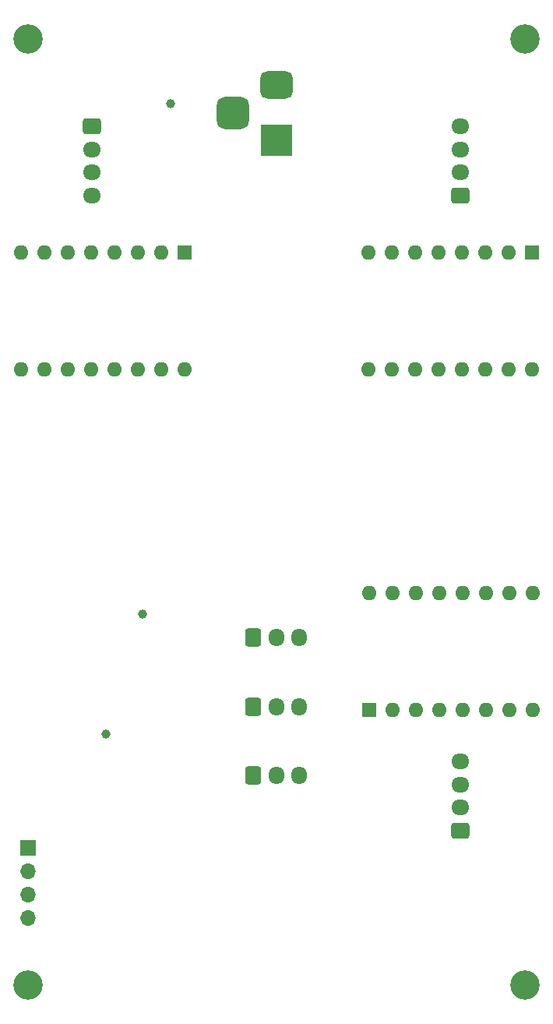
<source format=gbs>
G04 #@! TF.GenerationSoftware,KiCad,Pcbnew,8.0.4*
G04 #@! TF.CreationDate,2025-01-23T14:05:32+11:00*
G04 #@! TF.ProjectId,Rotating_Cube_Shelf_2,526f7461-7469-46e6-975f-437562655f53,rev?*
G04 #@! TF.SameCoordinates,Original*
G04 #@! TF.FileFunction,Soldermask,Bot*
G04 #@! TF.FilePolarity,Negative*
%FSLAX46Y46*%
G04 Gerber Fmt 4.6, Leading zero omitted, Abs format (unit mm)*
G04 Created by KiCad (PCBNEW 8.0.4) date 2025-01-23 14:05:32*
%MOMM*%
%LPD*%
G01*
G04 APERTURE LIST*
G04 Aperture macros list*
%AMRoundRect*
0 Rectangle with rounded corners*
0 $1 Rounding radius*
0 $2 $3 $4 $5 $6 $7 $8 $9 X,Y pos of 4 corners*
0 Add a 4 corners polygon primitive as box body*
4,1,4,$2,$3,$4,$5,$6,$7,$8,$9,$2,$3,0*
0 Add four circle primitives for the rounded corners*
1,1,$1+$1,$2,$3*
1,1,$1+$1,$4,$5*
1,1,$1+$1,$6,$7*
1,1,$1+$1,$8,$9*
0 Add four rect primitives between the rounded corners*
20,1,$1+$1,$2,$3,$4,$5,0*
20,1,$1+$1,$4,$5,$6,$7,0*
20,1,$1+$1,$6,$7,$8,$9,0*
20,1,$1+$1,$8,$9,$2,$3,0*%
G04 Aperture macros list end*
%ADD10RoundRect,0.250000X-0.600000X-0.725000X0.600000X-0.725000X0.600000X0.725000X-0.600000X0.725000X0*%
%ADD11O,1.700000X1.950000*%
%ADD12C,1.000000*%
%ADD13R,1.600000X1.600000*%
%ADD14O,1.600000X1.600000*%
%ADD15RoundRect,0.250000X-0.725000X0.600000X-0.725000X-0.600000X0.725000X-0.600000X0.725000X0.600000X0*%
%ADD16O,1.950000X1.700000*%
%ADD17RoundRect,0.250000X0.725000X-0.600000X0.725000X0.600000X-0.725000X0.600000X-0.725000X-0.600000X0*%
%ADD18R,3.500000X3.500000*%
%ADD19RoundRect,0.750000X-1.000000X0.750000X-1.000000X-0.750000X1.000000X-0.750000X1.000000X0.750000X0*%
%ADD20RoundRect,0.875000X-0.875000X0.875000X-0.875000X-0.875000X0.875000X-0.875000X0.875000X0.875000X0*%
%ADD21C,3.200000*%
%ADD22R,1.700000X1.700000*%
%ADD23O,1.700000X1.700000*%
G04 APERTURE END LIST*
D10*
X-2500000Y-18000000D03*
D11*
X0Y-18000000D03*
X2500000Y-18000000D03*
D12*
X-18500000Y-28500000D03*
D13*
X27800000Y23840000D03*
D14*
X25260000Y23840000D03*
X22720000Y23840000D03*
X20180000Y23840000D03*
X17640000Y23840000D03*
X15100000Y23840000D03*
X12560000Y23840000D03*
X10020000Y23840000D03*
X10020000Y11140000D03*
X12560000Y11140000D03*
X15100000Y11140000D03*
X17640000Y11140000D03*
X20180000Y11140000D03*
X22720000Y11140000D03*
X25260000Y11140000D03*
X27800000Y11140000D03*
D12*
X-14500000Y-15500000D03*
D15*
X-20050000Y37500000D03*
D16*
X-20050000Y35000000D03*
X-20050000Y32500000D03*
X-20050000Y30000000D03*
D17*
X20000000Y-39000000D03*
D16*
X20000000Y-36500000D03*
X20000000Y-34000000D03*
X20000000Y-31500000D03*
D12*
X-11500000Y40000000D03*
D18*
X0Y36000000D03*
D19*
X0Y42000000D03*
D20*
X-4700000Y39000000D03*
D21*
X27000000Y-55750000D03*
D17*
X20000000Y30000000D03*
D16*
X20000000Y32500000D03*
X20000000Y35000000D03*
X20000000Y37500000D03*
D22*
X-27000000Y-40880000D03*
D23*
X-27000000Y-43420000D03*
X-27000000Y-45960000D03*
X-27000000Y-48500000D03*
D21*
X-27000000Y-55750000D03*
D10*
X-2500000Y-25525000D03*
D11*
X0Y-25525000D03*
X2500000Y-25525000D03*
D21*
X27000000Y47000000D03*
X-27000000Y47000000D03*
D10*
X-2500000Y-33000000D03*
D11*
X0Y-33000000D03*
X2500000Y-33000000D03*
D13*
X10110000Y-25840000D03*
D14*
X12650000Y-25840000D03*
X15190000Y-25840000D03*
X17730000Y-25840000D03*
X20270000Y-25840000D03*
X22810000Y-25840000D03*
X25350000Y-25840000D03*
X27890000Y-25840000D03*
X27890000Y-13140000D03*
X25350000Y-13140000D03*
X22810000Y-13140000D03*
X20270000Y-13140000D03*
X17730000Y-13140000D03*
X15190000Y-13140000D03*
X12650000Y-13140000D03*
X10110000Y-13140000D03*
D13*
X-10000000Y23840000D03*
D14*
X-12540000Y23840000D03*
X-15080000Y23840000D03*
X-17620000Y23840000D03*
X-20160000Y23840000D03*
X-22700000Y23840000D03*
X-25240000Y23840000D03*
X-27780000Y23840000D03*
X-27780000Y11140000D03*
X-25240000Y11140000D03*
X-22700000Y11140000D03*
X-20160000Y11140000D03*
X-17620000Y11140000D03*
X-15080000Y11140000D03*
X-12540000Y11140000D03*
X-10000000Y11140000D03*
M02*

</source>
